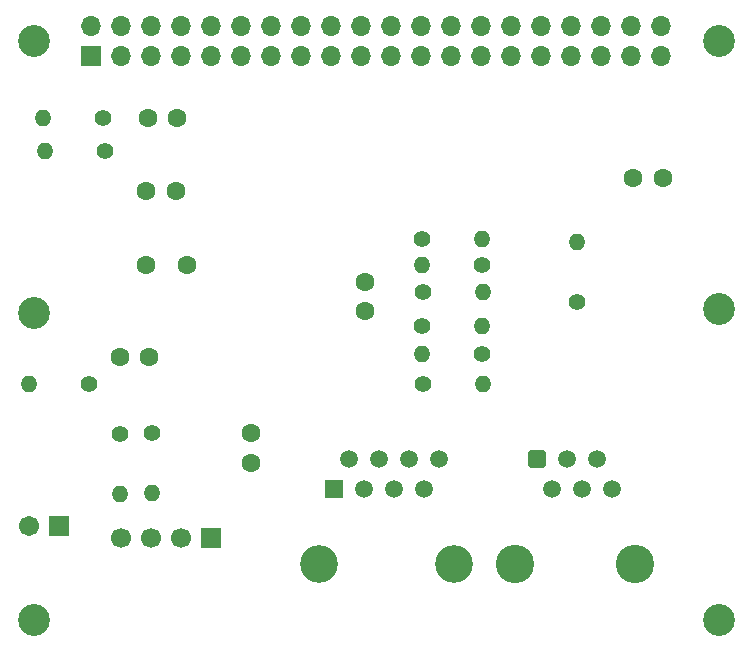
<source format=gbs>
G04 #@! TF.GenerationSoftware,KiCad,Pcbnew,9.0.1*
G04 #@! TF.CreationDate,2025-06-21T16:03:48-05:00*
G04 #@! TF.ProjectId,rpi 1,72706920-312e-46b6-9963-61645f706362,rev?*
G04 #@! TF.SameCoordinates,Original*
G04 #@! TF.FileFunction,Soldermask,Bot*
G04 #@! TF.FilePolarity,Negative*
%FSLAX46Y46*%
G04 Gerber Fmt 4.6, Leading zero omitted, Abs format (unit mm)*
G04 Created by KiCad (PCBNEW 9.0.1) date 2025-06-21 16:03:48*
%MOMM*%
%LPD*%
G01*
G04 APERTURE LIST*
G04 Aperture macros list*
%AMRoundRect*
0 Rectangle with rounded corners*
0 $1 Rounding radius*
0 $2 $3 $4 $5 $6 $7 $8 $9 X,Y pos of 4 corners*
0 Add a 4 corners polygon primitive as box body*
4,1,4,$2,$3,$4,$5,$6,$7,$8,$9,$2,$3,0*
0 Add four circle primitives for the rounded corners*
1,1,$1+$1,$2,$3*
1,1,$1+$1,$4,$5*
1,1,$1+$1,$6,$7*
1,1,$1+$1,$8,$9*
0 Add four rect primitives between the rounded corners*
20,1,$1+$1,$2,$3,$4,$5,0*
20,1,$1+$1,$4,$5,$6,$7,0*
20,1,$1+$1,$6,$7,$8,$9,0*
20,1,$1+$1,$8,$9,$2,$3,0*%
G04 Aperture macros list end*
%ADD10C,2.700000*%
%ADD11C,1.400000*%
%ADD12O,1.400000X1.400000*%
%ADD13C,1.600000*%
%ADD14C,3.250000*%
%ADD15RoundRect,0.250000X-0.510000X-0.510000X0.510000X-0.510000X0.510000X0.510000X-0.510000X0.510000X0*%
%ADD16C,1.520000*%
%ADD17R,1.700000X1.700000*%
%ADD18C,1.700000*%
%ADD19C,1.712000*%
%ADD20RoundRect,0.102000X0.754000X0.754000X-0.754000X0.754000X-0.754000X-0.754000X0.754000X-0.754000X0*%
%ADD21C,3.200000*%
%ADD22R,1.500000X1.500000*%
%ADD23C,1.500000*%
%ADD24O,1.700000X1.700000*%
G04 APERTURE END LIST*
D10*
X161500000Y-47500000D03*
D11*
X149500000Y-69620000D03*
D12*
X149500000Y-64540000D03*
D13*
X121850000Y-80725000D03*
X121850000Y-83225000D03*
X154240000Y-59120000D03*
X156740000Y-59120000D03*
D10*
X161500000Y-70210000D03*
D11*
X113500000Y-80710000D03*
D12*
X113500000Y-85790000D03*
D11*
X109340000Y-54000000D03*
D12*
X104260000Y-54000000D03*
D14*
X144200000Y-91800000D03*
X154360000Y-91800000D03*
D15*
X146100000Y-82910000D03*
D16*
X147370000Y-85450000D03*
X148640000Y-82910000D03*
X149910000Y-85450000D03*
X151180000Y-82910000D03*
X152450000Y-85450000D03*
D13*
X110750000Y-74250000D03*
X113250000Y-74250000D03*
X113000000Y-60250000D03*
X115500000Y-60250000D03*
D10*
X103500000Y-96500000D03*
D17*
X118480000Y-89600000D03*
D18*
X115940000Y-89600000D03*
X113400000Y-89600000D03*
X110860000Y-89600000D03*
D10*
X103500000Y-47500000D03*
D11*
X136360000Y-71630000D03*
D12*
X141440000Y-71630000D03*
D10*
X103500000Y-70520000D03*
D11*
X141440000Y-74010000D03*
D12*
X136360000Y-74010000D03*
D11*
X141470000Y-66500000D03*
D12*
X136390000Y-66500000D03*
D13*
X113150000Y-54000000D03*
X115650000Y-54000000D03*
D11*
X108165000Y-76550000D03*
D12*
X103085000Y-76550000D03*
D11*
X136470000Y-76550000D03*
D12*
X141550000Y-76550000D03*
D11*
X136420000Y-68780000D03*
D12*
X141500000Y-68780000D03*
D10*
X161500000Y-96500000D03*
D11*
X110750000Y-80750000D03*
D12*
X110750000Y-85830000D03*
D13*
X131525000Y-70400000D03*
X131525000Y-67900000D03*
D11*
X109480000Y-56800000D03*
D12*
X104400000Y-56800000D03*
D13*
X113000000Y-66500000D03*
X116500000Y-66500000D03*
D19*
X103100000Y-88560000D03*
D20*
X105640000Y-88560000D03*
D11*
X136390000Y-64310000D03*
D12*
X141470000Y-64310000D03*
D21*
X127647500Y-91800000D03*
X139077500Y-91800000D03*
D22*
X128917500Y-85450000D03*
D23*
X130187500Y-82910000D03*
X131457500Y-85450000D03*
X132727500Y-82910000D03*
X133997500Y-85450000D03*
X135267500Y-82910000D03*
X136537500Y-85450000D03*
X137807500Y-82910000D03*
D17*
X108370000Y-48770000D03*
D24*
X108370000Y-46230000D03*
X110910000Y-48770000D03*
X110910000Y-46230000D03*
X113450000Y-48770000D03*
X113450000Y-46230000D03*
X115990000Y-48770000D03*
X115990000Y-46230000D03*
X118530000Y-48770000D03*
X118530000Y-46230000D03*
X121070000Y-48770000D03*
X121070000Y-46230000D03*
X123610000Y-48770000D03*
X123610000Y-46230000D03*
X126150000Y-48770000D03*
X126150000Y-46230000D03*
X128690000Y-48770000D03*
X128690000Y-46230000D03*
X131230000Y-48770000D03*
X131230000Y-46230000D03*
X133770000Y-48770000D03*
X133770000Y-46230000D03*
X136310000Y-48770000D03*
X136310000Y-46230000D03*
X138850000Y-48770000D03*
X138850000Y-46230000D03*
X141390000Y-48770000D03*
X141390000Y-46230000D03*
X143930000Y-48770000D03*
X143930000Y-46230000D03*
X146470000Y-48770000D03*
X146470000Y-46230000D03*
X149010000Y-48770000D03*
X149010000Y-46230000D03*
X151550000Y-48770000D03*
X151550000Y-46230000D03*
X154090000Y-48770000D03*
X154090000Y-46230000D03*
X156630000Y-48770000D03*
X156630000Y-46230000D03*
M02*

</source>
